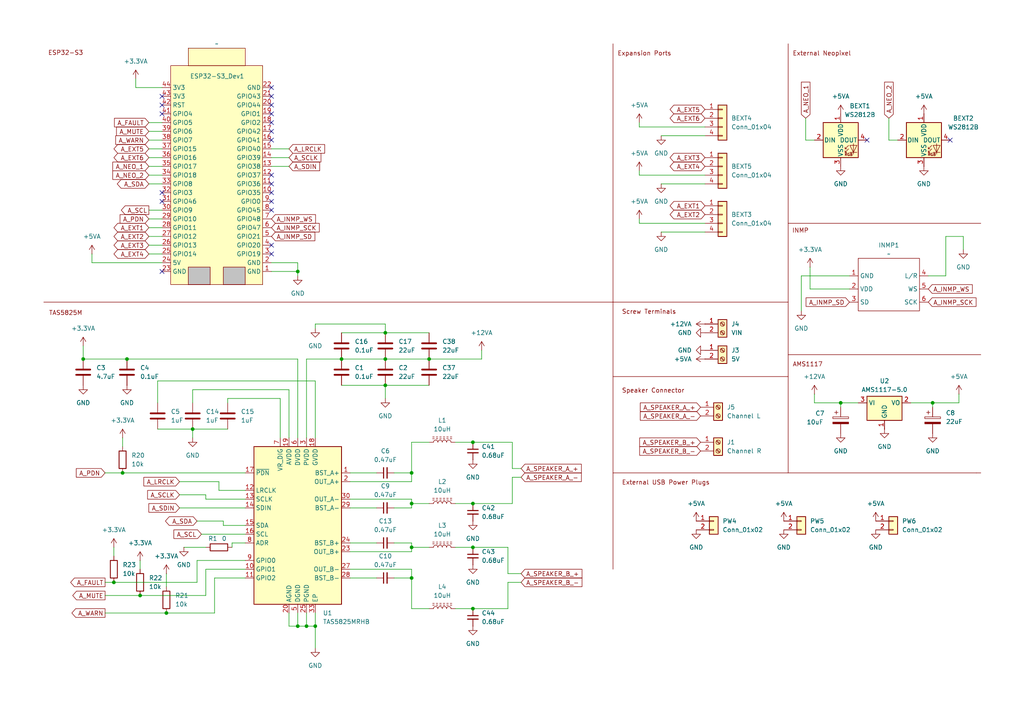
<source format=kicad_sch>
(kicad_sch (version 20231120) (generator "eeschema") (generator_version "8.0")
  (paper "A4")
  (junction (at 48.26 177.8))
  (junction (at 243.84 116.84))
  (junction (at 119.38 167.64))
  (junction (at 137.16 128.27))
  (junction (at 137.16 146.05))
  (junction (at 55.88 124.46))
  (junction (at 111.76 104.14))
  (junction (at 124.46 104.14))
  (junction (at 40.64 172.72))
  (junction (at 119.38 146.05))
  (junction (at 86.36 181.61))
  (junction (at 35.56 137.16))
  (junction (at 33.02 168.91))
  (junction (at 137.16 158.75))
  (junction (at 270.51 116.84))
  (junction (at 111.76 96.52))
  (junction (at 119.38 158.75))
  (junction (at 119.38 137.16))
  (junction (at 91.44 181.61))
  (junction (at 99.06 104.14))
  (junction (at 24.13 104.14))
  (junction (at 86.36 78.74))
  (junction (at 137.16 176.53))
  (junction (at 111.76 111.76))
  (junction (at 36.83 104.14))
  (junction (at 88.9 181.61))
  (no_connect (at 46.99 58.42))
  (no_connect (at 78.74 38.1))
  (no_connect (at 78.74 50.8))
  (no_connect (at 78.74 73.66))
  (no_connect (at 46.99 30.48))
  (no_connect (at 275.59 40.64))
  (no_connect (at 46.99 33.02))
  (no_connect (at 78.74 58.42))
  (no_connect (at 78.74 60.96))
  (no_connect (at 46.99 78.74))
  (no_connect (at 78.74 30.48))
  (no_connect (at 78.74 25.4))
  (no_connect (at 46.99 27.94))
  (no_connect (at 78.74 55.88))
  (no_connect (at 78.74 27.94))
  (no_connect (at 251.46 40.64))
  (no_connect (at 78.74 35.56))
  (no_connect (at 78.74 33.02))
  (no_connect (at 78.74 53.34))
  (no_connect (at 78.74 71.12))
  (no_connect (at 46.99 55.88))
  (no_connect (at 78.74 40.64))
  (polyline (pts (xy 177.8 137.16) (xy 283.21 137.16)) (stroke (width 0) (color 132 0 0 1)))
  (wire (pts (xy 43.18 53.34) (xy 46.99 53.34)))
  (wire (pts (xy 147.32 158.75) (xy 137.16 158.75)))
  (wire (pts (xy 86.36 181.61) (xy 88.9 181.61)))
  (wire (pts (xy 111.76 96.52) (xy 111.76 93.98)))
  (wire (pts (xy 78.74 76.2) (xy 86.36 76.2)))
  (wire (pts (xy 257.81 40.64) (xy 260.35 40.64)))
  (wire (pts (xy 48.26 177.8) (xy 62.23 177.8)))
  (wire (pts (xy 59.69 143.51) (xy 59.69 144.78)))
  (wire (pts (xy 101.6 157.48) (xy 109.22 157.48)))
  (wire (pts (xy 55.88 113.03) (xy 55.88 116.84)))
  (wire (pts (xy 81.28 127) (xy 81.28 115.57)))
  (wire (pts (xy 114.3 137.16) (xy 119.38 137.16)))
  (wire (pts (xy 132.08 146.05) (xy 137.16 146.05)))
  (wire (pts (xy 35.56 129.54) (xy 35.56 127)))
  (wire (pts (xy 274.32 68.58) (xy 279.4 68.58)))
  (wire (pts (xy 71.12 165.1) (xy 59.69 165.1)))
  (wire (pts (xy 43.18 40.64) (xy 46.99 40.64)))
  (wire (pts (xy 46.99 76.2) (xy 26.67 76.2)))
  (wire (pts (xy 24.13 104.14) (xy 36.83 104.14)))
  (wire (pts (xy 279.4 68.58) (xy 279.4 72.39)))
  (wire (pts (xy 101.6 167.64) (xy 109.22 167.64)))
  (wire (pts (xy 26.67 76.2) (xy 26.67 73.66)))
  (wire (pts (xy 101.6 144.78) (xy 119.38 144.78)))
  (wire (pts (xy 185.42 36.83) (xy 204.47 36.83)))
  (wire (pts (xy 63.5 142.24) (xy 63.5 139.7)))
  (wire (pts (xy 83.82 177.8) (xy 83.82 181.61)))
  (wire (pts (xy 40.64 162.56) (xy 40.64 165.1)))
  (wire (pts (xy 114.3 167.64) (xy 119.38 167.64)))
  (wire (pts (xy 43.18 43.18) (xy 46.99 43.18)))
  (wire (pts (xy 270.51 116.84) (xy 270.51 118.11)))
  (wire (pts (xy 101.6 139.7) (xy 119.38 139.7)))
  (wire (pts (xy 274.32 80.01) (xy 274.32 68.58)))
  (wire (pts (xy 191.77 67.31) (xy 204.47 67.31)))
  (wire (pts (xy 55.88 124.46) (xy 66.04 124.46)))
  (wire (pts (xy 91.44 127) (xy 91.44 110.49)))
  (wire (pts (xy 185.42 50.8) (xy 204.47 50.8)))
  (wire (pts (xy 58.42 154.94) (xy 71.12 154.94)))
  (wire (pts (xy 48.26 177.8) (xy 30.48 177.8)))
  (wire (pts (xy 64.77 152.4) (xy 64.77 151.13)))
  (wire (pts (xy 86.36 104.14) (xy 36.83 104.14)))
  (wire (pts (xy 148.59 128.27) (xy 137.16 128.27)))
  (wire (pts (xy 71.12 157.48) (xy 67.31 157.48)))
  (wire (pts (xy 81.28 115.57) (xy 66.04 115.57)))
  (wire (pts (xy 91.44 177.8) (xy 91.44 181.61)))
  (wire (pts (xy 119.38 146.05) (xy 124.46 146.05)))
  (wire (pts (xy 43.18 68.58) (xy 46.99 68.58)))
  (wire (pts (xy 43.18 48.26) (xy 46.99 48.26)))
  (wire (pts (xy 101.6 147.32) (xy 109.22 147.32)))
  (wire (pts (xy 71.12 152.4) (xy 64.77 152.4)))
  (wire (pts (xy 88.9 104.14) (xy 99.06 104.14)))
  (wire (pts (xy 78.74 45.72) (xy 83.82 45.72)))
  (wire (pts (xy 71.12 167.64) (xy 62.23 167.64)))
  (wire (pts (xy 86.36 76.2) (xy 86.36 78.74)))
  (polyline (pts (xy 177.8 12.7) (xy 177.8 87.63)) (stroke (width 0) (color 132 0 0 1)))
  (wire (pts (xy 35.56 137.16) (xy 71.12 137.16)))
  (wire (pts (xy 119.38 165.1) (xy 119.38 167.64)))
  (wire (pts (xy 78.74 78.74) (xy 86.36 78.74)))
  (polyline (pts (xy 228.6 87.63) (xy 228.6 102.87)) (stroke (width 0) (color 132 0 0 1)))
  (wire (pts (xy 233.68 40.64) (xy 236.22 40.64)))
  (wire (pts (xy 30.48 168.91) (xy 33.02 168.91)))
  (wire (pts (xy 55.88 113.03) (xy 83.82 113.03)))
  (wire (pts (xy 88.9 177.8) (xy 88.9 181.61)))
  (wire (pts (xy 63.5 139.7) (xy 52.07 139.7)))
  (polyline (pts (xy 228.6 64.77) (xy 228.6 12.7)) (stroke (width 0) (color 132 0 0 1)))
  (wire (pts (xy 57.15 168.91) (xy 57.15 162.56)))
  (wire (pts (xy 83.82 127) (xy 83.82 113.03)))
  (wire (pts (xy 53.34 158.75) (xy 59.69 158.75)))
  (wire (pts (xy 119.38 128.27) (xy 124.46 128.27)))
  (wire (pts (xy 39.37 22.86) (xy 39.37 25.4)))
  (wire (pts (xy 119.38 147.32) (xy 119.38 146.05)))
  (wire (pts (xy 119.38 137.16) (xy 119.38 128.27)))
  (wire (pts (xy 278.13 116.84) (xy 270.51 116.84)))
  (wire (pts (xy 137.16 146.05) (xy 148.59 146.05)))
  (wire (pts (xy 148.59 135.89) (xy 148.59 128.27)))
  (wire (pts (xy 246.38 80.01) (xy 232.41 80.01)))
  (wire (pts (xy 48.26 166.37) (xy 48.26 170.18)))
  (wire (pts (xy 43.18 66.04) (xy 46.99 66.04)))
  (wire (pts (xy 111.76 104.14) (xy 124.46 104.14)))
  (wire (pts (xy 139.7 101.6) (xy 139.7 104.14)))
  (wire (pts (xy 234.95 83.82) (xy 234.95 77.47)))
  (polyline (pts (xy 228.6 137.16) (xy 228.6 109.22)) (stroke (width 0) (color 132 0 0 1)))
  (wire (pts (xy 264.16 116.84) (xy 270.51 116.84)))
  (wire (pts (xy 101.6 137.16) (xy 109.22 137.16)))
  (polyline (pts (xy 228.6 87.63) (xy 228.6 64.77)) (stroke (width 0) (color 132 0 0 1)))
  (wire (pts (xy 147.32 166.37) (xy 147.32 158.75)))
  (wire (pts (xy 99.06 104.14) (xy 111.76 104.14)))
  (wire (pts (xy 278.13 116.84) (xy 278.13 114.3)))
  (wire (pts (xy 57.15 162.56) (xy 71.12 162.56)))
  (wire (pts (xy 33.02 168.91) (xy 57.15 168.91)))
  (wire (pts (xy 191.77 39.37) (xy 204.47 39.37)))
  (wire (pts (xy 151.13 135.89) (xy 148.59 135.89)))
  (wire (pts (xy 269.24 80.01) (xy 274.32 80.01)))
  (wire (pts (xy 111.76 93.98) (xy 91.44 93.98)))
  (wire (pts (xy 148.59 146.05) (xy 148.59 138.43)))
  (wire (pts (xy 232.41 80.01) (xy 232.41 90.17)))
  (wire (pts (xy 52.07 147.32) (xy 71.12 147.32)))
  (wire (pts (xy 124.46 104.14) (xy 139.7 104.14)))
  (wire (pts (xy 43.18 45.72) (xy 46.99 45.72)))
  (wire (pts (xy 59.69 144.78) (xy 71.12 144.78)))
  (wire (pts (xy 62.23 167.64) (xy 62.23 177.8)))
  (wire (pts (xy 119.38 176.53) (xy 124.46 176.53)))
  (wire (pts (xy 71.12 142.24) (xy 63.5 142.24)))
  (wire (pts (xy 43.18 63.5) (xy 46.99 63.5)))
  (wire (pts (xy 246.38 83.82) (xy 234.95 83.82)))
  (wire (pts (xy 185.42 50.8) (xy 185.42 49.53)))
  (wire (pts (xy 39.37 25.4) (xy 46.99 25.4)))
  (wire (pts (xy 148.59 138.43) (xy 151.13 138.43)))
  (wire (pts (xy 86.36 127) (xy 86.36 104.14)))
  (wire (pts (xy 43.18 71.12) (xy 46.99 71.12)))
  (wire (pts (xy 83.82 181.61) (xy 86.36 181.61)))
  (wire (pts (xy 88.9 127) (xy 88.9 104.14)))
  (wire (pts (xy 52.07 143.51) (xy 59.69 143.51)))
  (wire (pts (xy 30.48 137.16) (xy 35.56 137.16)))
  (wire (pts (xy 101.6 165.1) (xy 119.38 165.1)))
  (wire (pts (xy 67.31 157.48) (xy 67.31 158.75)))
  (polyline (pts (xy 228.6 64.77) (xy 284.48 64.77)) (stroke (width 0) (color 132 0 0 1)))
  (wire (pts (xy 91.44 93.98) (xy 91.44 95.25)))
  (wire (pts (xy 248.92 116.84) (xy 243.84 116.84)))
  (polyline (pts (xy 283.21 137.16) (xy 284.48 137.16)) (stroke (width 0) (color 132 0 0 1)))
  (polyline (pts (xy 177.8 87.63) (xy 177.8 165.1)) (stroke (width 0) (color 132 0 0 1)))
  (wire (pts (xy 119.38 167.64) (xy 119.38 176.53)))
  (wire (pts (xy 86.36 78.74) (xy 86.36 80.01)))
  (polyline (pts (xy 228.6 102.87) (xy 284.48 102.87)) (stroke (width 0) (color 132 0 0 1)))
  (wire (pts (xy 30.48 172.72) (xy 40.64 172.72)))
  (wire (pts (xy 99.06 96.52) (xy 111.76 96.52)))
  (wire (pts (xy 137.16 128.27) (xy 132.08 128.27)))
  (wire (pts (xy 43.18 60.96) (xy 46.99 60.96)))
  (wire (pts (xy 151.13 166.37) (xy 147.32 166.37)))
  (wire (pts (xy 111.76 111.76) (xy 124.46 111.76)))
  (polyline (pts (xy 12.7 87.63) (xy 177.8 87.63)) (stroke (width 0) (color 132 0 0 1)))
  (wire (pts (xy 24.13 100.33) (xy 24.13 104.14)))
  (wire (pts (xy 45.72 110.49) (xy 45.72 116.84)))
  (wire (pts (xy 119.38 158.75) (xy 124.46 158.75)))
  (wire (pts (xy 147.32 168.91) (xy 147.32 176.53)))
  (wire (pts (xy 40.64 172.72) (xy 59.69 172.72)))
  (wire (pts (xy 78.74 48.26) (xy 83.82 48.26)))
  (wire (pts (xy 119.38 157.48) (xy 119.38 158.75)))
  (polyline (pts (xy 228.6 109.22) (xy 228.6 102.87)) (stroke (width 0) (color 132 0 0 1)))
  (wire (pts (xy 64.77 151.13) (xy 57.15 151.13)))
  (wire (pts (xy 233.68 34.29) (xy 233.68 40.64)))
  (wire (pts (xy 111.76 96.52) (xy 124.46 96.52)))
  (wire (pts (xy 88.9 181.61) (xy 91.44 181.61)))
  (wire (pts (xy 111.76 111.76) (xy 111.76 115.57)))
  (wire (pts (xy 45.72 110.49) (xy 91.44 110.49)))
  (wire (pts (xy 137.16 158.75) (xy 132.08 158.75)))
  (wire (pts (xy 43.18 73.66) (xy 46.99 73.66)))
  (wire (pts (xy 185.42 63.5) (xy 185.42 64.77)))
  (wire (pts (xy 185.42 36.83) (xy 185.42 35.56)))
  (wire (pts (xy 147.32 176.53) (xy 137.16 176.53)))
  (wire (pts (xy 59.69 165.1) (xy 59.69 172.72)))
  (wire (pts (xy 191.77 53.34) (xy 204.47 53.34)))
  (wire (pts (xy 236.22 114.3) (xy 236.22 116.84)))
  (wire (pts (xy 91.44 181.61) (xy 91.44 187.96)))
  (wire (pts (xy 45.72 124.46) (xy 55.88 124.46)))
  (wire (pts (xy 185.42 64.77) (xy 204.47 64.77)))
  (wire (pts (xy 86.36 177.8) (xy 86.36 181.61)))
  (wire (pts (xy 236.22 116.84) (xy 243.84 116.84)))
  (wire (pts (xy 137.16 176.53) (xy 132.08 176.53)))
  (polyline (pts (xy 228.6 109.22) (xy 177.8 109.22)) (stroke (width 0) (color 132 0 0 1)))
  (wire (pts (xy 119.38 144.78) (xy 119.38 146.05)))
  (wire (pts (xy 43.18 35.56) (xy 46.99 35.56)))
  (wire (pts (xy 243.84 116.84) (xy 243.84 118.11)))
  (wire (pts (xy 101.6 160.02) (xy 119.38 160.02)))
  (wire (pts (xy 66.04 115.57) (xy 66.04 116.84)))
  (wire (pts (xy 119.38 160.02) (xy 119.38 158.75)))
  (wire (pts (xy 43.18 38.1) (xy 46.99 38.1)))
  (polyline (pts (xy 177.8 87.63) (xy 228.6 87.63)) (stroke (width 0) (color 132 0 0 1)))
  (wire (pts (xy 114.3 157.48) (xy 119.38 157.48)))
  (wire (pts (xy 257.81 34.29) (xy 257.81 40.64)))
  (wire (pts (xy 99.06 111.76) (xy 111.76 111.76)))
  (wire (pts (xy 55.88 124.46) (xy 55.88 127)))
  (wire (pts (xy 151.13 168.91) (xy 147.32 168.91)))
  (wire (pts (xy 43.18 50.8) (xy 46.99 50.8)))
  (wire (pts (xy 114.3 147.32) (xy 119.38 147.32)))
  (wire (pts (xy 78.74 43.18) (xy 83.82 43.18)))
  (wire (pts (xy 33.02 158.75) (xy 33.02 161.29)))
  (wire (pts (xy 119.38 139.7) (xy 119.38 137.16)))
  (text "ESP32-S3\n" (at 19.05 15.494 0) (effects (font (size 1.27 1.27))))
  (text "INMP\n" (at 232.156 67.056 0) (effects (font (size 1.27 1.27))))
  (text "TAS5825M" (at 19.05 90.932 0) (effects (font (size 1.27 1.27))))
  (label "Expansion Ports" (at 179.07 16.51 0))
  (label "AMS1117" (at 229.87 106.68 0))
  (label "Screw Terminals" (at 180.34 91.44 0))
  (label "External USB Power Plugs" (at 180.34 140.97 0))
  (label "External Neopixel" (at 229.87 16.51 0))
  (label "Speaker Connector" (at 180.34 114.3 0))
  (global_label "A_SPEAKER_B_-" (shape input) (at 203.2 130.81 180) (property "Intersheetrefs" "${INTERSHEET_REFS}" (effects (hide yes))))
  (global_label "A_EXT6" (shape bidirectional) (at 204.47 34.29 180) (property "Intersheetrefs" "${INTERSHEET_REFS}" (effects (hide yes))))
  (global_label "A_SPEAKER_B_-" (shape input) (at 151.13 168.91 0) (property "Intersheetrefs" "${INTERSHEET_REFS}" (effects (hide yes))))
  (global_label "A_INMP_SCK" (shape input) (at 78.74 66.04 0) (property "Intersheetrefs" "${INTERSHEET_REFS}" (effects (hide yes))))
  (global_label "A_EXT3" (shape bidirectional) (at 43.18 71.12 180) (property "Intersheetrefs" "${INTERSHEET_REFS}" (effects (hide yes))))
  (global_label "A_SPEAKER_A_+" (shape input) (at 151.13 135.89 0) (property "Intersheetrefs" "${INTERSHEET_REFS}" (effects (hide yes))))
  (global_label "A_EXT2" (shape bidirectional) (at 204.47 62.23 180) (property "Intersheetrefs" "${INTERSHEET_REFS}" (effects (hide yes))))
  (global_label "A_EXT1" (shape bidirectional) (at 43.18 66.04 180) (property "Intersheetrefs" "${INTERSHEET_REFS}" (effects (hide yes))))
  (global_label "A_INMP_SD" (shape input) (at 78.74 68.58 0) (property "Intersheetrefs" "${INTERSHEET_REFS}" (effects (hide yes))))
  (global_label "A_INMP_WS" (shape input) (at 269.24 83.82 0) (property "Intersheetrefs" "${INTERSHEET_REFS}" (effects (hide yes))))
  (global_label "A_NEO_2" (shape input) (at 43.18 50.8 180) (property "Intersheetrefs" "${INTERSHEET_REFS}" (effects (hide yes))))
  (global_label "A_SPEAKER_B_+" (shape input) (at 151.13 166.37 0) (property "Intersheetrefs" "${INTERSHEET_REFS}" (effects (hide yes))))
  (global_label "A_EXT1" (shape bidirectional) (at 204.47 59.69 180) (property "Intersheetrefs" "${INTERSHEET_REFS}" (effects (hide yes))))
  (global_label "A_WARN" (shape output) (at 30.48 177.8 180) (property "Intersheetrefs" "${INTERSHEET_REFS}" (effects (hide yes))))
  (global_label "A_SPEAKER_A_-" (shape input) (at 151.13 138.43 0) (property "Intersheetrefs" "${INTERSHEET_REFS}" (effects (hide yes))))
  (global_label "A_SDIN" (shape input) (at 52.07 147.32 180) (property "Intersheetrefs" "${INTERSHEET_REFS}" (effects (hide yes))))
  (global_label "A_SCL" (shape input) (at 58.42 154.94 180) (property "Intersheetrefs" "${INTERSHEET_REFS}" (effects (hide yes))))
  (global_label "A_SDA" (shape bidirectional) (at 57.15 151.13 180) (property "Intersheetrefs" "${INTERSHEET_REFS}" (effects (hide yes))))
  (global_label "A_EXT6" (shape bidirectional) (at 43.18 45.72 180) (property "Intersheetrefs" "${INTERSHEET_REFS}" (effects (hide yes))))
  (global_label "A_SPEAKER_A_-" (shape input) (at 203.2 120.65 180) (property "Intersheetrefs" "${INTERSHEET_REFS}" (effects (hide yes))))
  (global_label "A_SCL" (shape output) (at 43.18 60.96 180) (property "Intersheetrefs" "${INTERSHEET_REFS}" (effects (hide yes))))
  (global_label "A_INMP_SCK" (shape input) (at 269.24 87.63 0) (property "Intersheetrefs" "${INTERSHEET_REFS}" (effects (hide yes))))
  (global_label "A_INMP_SD" (shape input) (at 246.38 87.63 180) (property "Intersheetrefs" "${INTERSHEET_REFS}" (effects (hide yes))))
  (global_label "A_SPEAKER_A_+" (shape input) (at 203.2 118.11 180) (property "Intersheetrefs" "${INTERSHEET_REFS}" (effects (hide yes))))
  (global_label "A_WARN" (shape input) (at 43.18 40.64 180) (property "Intersheetrefs" "${INTERSHEET_REFS}" (effects (hide yes))))
  (global_label "A_LRCLK" (shape input) (at 52.07 139.7 180) (property "Intersheetrefs" "${INTERSHEET_REFS}" (effects (hide yes))))
  (global_label "A_PDN" (shape input) (at 43.18 63.5 180) (property "Intersheetrefs" "${INTERSHEET_REFS}" (effects (hide yes))))
  (global_label "A_EXT3" (shape bidirectional) (at 204.47 45.72 180) (property "Intersheetrefs" "${INTERSHEET_REFS}" (effects (hide yes))))
  (global_label "A_LRCLK" (shape input) (at 83.82 43.18 0) (property "Intersheetrefs" "${INTERSHEET_REFS}" (effects (hide yes))))
  (global_label "A_NEO_1" (shape input) (at 43.18 48.26 180) (property "Intersheetrefs" "${INTERSHEET_REFS}" (effects (hide yes))))
  (global_label "A_NEO_2" (shape input) (at 257.81 34.29 90) (property "Intersheetrefs" "${INTERSHEET_REFS}" (effects (hide yes))))
  (global_label "A_SDA" (shape bidirectional) (at 43.18 53.34 180) (property "Intersheetrefs" "${INTERSHEET_REFS}" (effects (hide yes))))
  (global_label "A_SPEAKER_B_+" (shape input) (at 203.2 128.27 180) (property "Intersheetrefs" "${INTERSHEET_REFS}" (effects (hide yes))))
  (global_label "A_MUTE" (shape input) (at 43.18 38.1 180) (property "Intersheetrefs" "${INTERSHEET_REFS}" (effects (hide yes))))
  (global_label "A_EXT4" (shape bidirectional) (at 204.47 48.26 180) (property "Intersheetrefs" "${INTERSHEET_REFS}" (effects (hide yes))))
  (global_label "A_FAULT" (shape output) (at 30.48 168.91 180) (property "Intersheetrefs" "${INTERSHEET_REFS}" (effects (hide yes))))
  (global_label "A_SCLK" (shape input) (at 52.07 143.51 180) (property "Intersheetrefs" "${INTERSHEET_REFS}" (effects (hide yes))))
  (global_label "A_MUTE" (shape output) (at 30.48 172.72 180) (property "Intersheetrefs" "${INTERSHEET_REFS}" (effects (hide yes))))
  (global_label "A_NEO_1" (shape input) (at 233.68 34.29 90) (property "Intersheetrefs" "${INTERSHEET_REFS}" (effects (hide yes))))
  (global_label "A_EXT5" (shape bidirectional) (at 43.18 43.18 180) (property "Intersheetrefs" "${INTERSHEET_REFS}" (effects (hide yes))))
  (global_label "A_EXT2" (shape bidirectional) (at 43.18 68.58 180) (property "Intersheetrefs" "${INTERSHEET_REFS}" (effects (hide yes))))
  (global_label "A_SCLK" (shape input) (at 83.82 45.72 0) (property "Intersheetrefs" "${INTERSHEET_REFS}" (effects (hide yes))))
  (global_label "A_PDN" (shape input) (at 30.48 137.16 180) (property "Intersheetrefs" "${INTERSHEET_REFS}" (effects (hide yes))))
  (global_label "A_EXT5" (shape bidirectional) (at 204.47 31.75 180) (property "Intersheetrefs" "${INTERSHEET_REFS}" (effects (hide yes))))
  (global_label "A_SDIN" (shape input) (at 83.82 48.26 0) (property "Intersheetrefs" "${INTERSHEET_REFS}" (effects (hide yes))))
  (global_label "A_EXT4" (shape bidirectional) (at 43.18 73.66 180) (property "Intersheetrefs" "${INTERSHEET_REFS}" (effects (hide yes))))
  (global_label "A_INMP_WS" (shape input) (at 78.74 63.5 0) (property "Intersheetrefs" "${INTERSHEET_REFS}" (effects (hide yes))))
  (global_label "A_FAULT" (shape input) (at 43.18 35.56 180) (property "Intersheetrefs" "${INTERSHEET_REFS}" (effects (hide yes))))
  (symbol (lib_id "Connector_Generic:Conn_01x02") (at 207.01 151.13 0) (unit 1)
    (property "Reference" "PW4" (at 209.55 151.1299 0) (effects (justify left)))
    (property "Value" "Conn_01x02" (at 209.55 153.6699 0) (effects (justify left)))
    (property "Footprint" "Connector_JST:JST_PH_B2B-PH-K_1x02_P2.00mm_Vertical" (effects (hide yes)))
    (property "Description" "Generic connector, single row, 01x02, script generated (kicad-library-utils/schlib/autogen/connector/)" (effects (hide yes)))
  )
  (symbol (lib_id "Regulator_Linear:AMS1117-5.0") (at 256.54 116.84 0) (unit 1)
    (property "Reference" "U2" (at 256.54 110.49 0))
    (property "Value" "AMS1117-5.0" (at 256.54 113.03 0))
    (property "Footprint" "Package_TO_SOT_SMD:SOT-223-3_TabPin2" (effects (hide yes)))
    (property "Datasheet" "http://www.advanced-monolithic.com/pdf/ds1117.pdf" (effects (hide yes)))
    (property "Description" "1A Low Dropout regulator, positive, 5.0V fixed output, SOT-223" (effects (hide yes)))
  )
  (symbol (lib_id "Connector:Screw_Terminal_01x02") (at 208.28 128.27 0) (unit 1)
    (property "Reference" "J1" (at 210.82 128.2699 0) (effects (justify left)))
    (property "Value" "Channel R" (at 210.82 130.8099 0) (effects (justify left)))
    (property "Footprint" "Connector:JWT_A3963_1x02_P3.96mm_Vertical" (effects (hide yes)))
    (property "Description" "Generic screw terminal, single row, 01x02, script generated (kicad-library-utils/schlib/autogen/connector/)" (effects (hide yes)))
  )
  (symbol (lib_id "Device:R") (at 63.5 158.75 90) (unit 1)
    (property "Reference" "R1" (at 61.722 156.21 90))
    (property "Value" "0" (at 65.024 156.21 90))
    (property "Footprint" "Resistor_SMD:R_0805_2012Metric_Pad1.20x1.40mm_HandSolder" (effects (hide yes)))
    (property "Description" "Resistor" (effects (hide yes)))
  )
  (symbol (lib_id "power:GND") (at 111.76 115.57 0) (unit 1)
    (property "Reference" "#PWR049" (effects (hide yes)))
    (property "Value" "GND" (at 111.76 120.65 0))
    (property "Description" "Power symbol creates a global label with name \"GND\" , ground" (effects (hide yes)))
  )
  (symbol (lib_id "Device:L_Ferrite") (at 128.27 158.75 90) (unit 1)
    (property "Reference" "L3" (at 128.27 152.4 90))
    (property "Value" "10uH" (at 128.27 154.94 90))
    (property "Footprint" "Inductor_SMD:L_10.4x10.4_H4.8" (effects (hide yes)))
    (property "Description" "Inductor with ferrite core" (effects (hide yes)))
  )
  (symbol (lib_id "Connector_Generic:Conn_01x04") (at 209.55 48.26 0) (unit 1)
    (property "Reference" "BEXT5" (at 212.09 48.2599 0) (effects (justify left)))
    (property "Value" "Conn_01x04" (at 212.09 50.7999 0) (effects (justify left)))
    (property "Footprint" "Connector_JST:JST_XH_B4B-XH-A_1x04_P2.50mm_Vertical" (effects (hide yes)))
    (property "Description" "Generic connector, single row, 01x04, script generated (kicad-library-utils/schlib/autogen/connector/)" (effects (hide yes)))
  )
  (symbol (lib_id "Device:C") (at 24.13 107.95 0) (unit 1)
    (property "Reference" "C3" (at 27.94 106.6799 0) (effects (justify left)))
    (property "Value" "4.7uF" (at 27.94 109.2199 0) (effects (justify left)))
    (property "Footprint" "Capacitor_SMD:C_0805_2012Metric_Pad1.18x1.45mm_HandSolder" (effects (hide yes)))
    (property "Description" "Unpolarized capacitor" (effects (hide yes)))
  )
  (symbol (lib_id "0_Audio:INMP441_MEMS") (at 257.81 82.55 0) (unit 1)
    (property "Reference" "INMP1" (at 257.81 71.12 0))
    (property "Value" "~" (at 257.81 73.66 0))
    (property "Footprint" "0_Sensors:INMP441" (effects (hide yes)))
  )
  (symbol (lib_id "0_MCU:ESP32-S3_Dev_Board") (at 49.53 82.55 0) (unit 1)
    (property "Reference" "ESP32-S3_Dev1" (at 62.992 22.098 0))
    (property "Value" "~" (at 62.865 12.7 0))
    (property "Footprint" "0_MCU:ESP32-S3-Dev" (effects (hide yes)))
  )
  (symbol (lib_id "power:GND") (at 267.97 48.26 0) (unit 1)
    (property "Reference" "#PWR036" (effects (hide yes)))
    (property "Value" "GND" (at 267.97 53.34 0))
    (property "Description" "Power symbol creates a global label with name \"GND\" , ground" (effects (hide yes)))
  )
  (symbol (lib_id "power:GND") (at 137.16 181.61 0) (unit 1)
    (property "Reference" "#PWR053" (effects (hide yes)))
    (property "Value" "GND" (at 137.16 186.69 0))
    (property "Description" "Power symbol creates a global label with name \"GND\" , ground" (effects (hide yes)))
  )
  (symbol (lib_id "power:GND") (at 204.47 96.52 270) (unit 1)
    (property "Reference" "#PWR064" (effects (hide yes)))
    (property "Value" "GND" (at 200.66 96.5199 90) (effects (justify right)))
    (property "Description" "Power symbol creates a global label with name \"GND\" , ground" (effects (hide yes)))
  )
  (symbol (lib_id "power:+12VA") (at 236.22 114.3 0) (unit 1)
    (property "Reference" "#PWR058" (effects (hide yes)))
    (property "Value" "+12VA" (at 236.22 109.22 0))
    (property "Description" "Power symbol creates a global label with name \"+12VA\"" (effects (hide yes)))
  )
  (symbol (lib_id "Connector_Generic:Conn_01x02") (at 259.08 151.13 0) (unit 1)
    (property "Reference" "PW6" (at 261.62 151.1299 0) (effects (justify left)))
    (property "Value" "Conn_01x02" (at 261.62 153.6699 0) (effects (justify left)))
    (property "Footprint" "Connector_JST:JST_PH_B2B-PH-K_1x02_P2.00mm_Vertical" (effects (hide yes)))
    (property "Description" "Generic connector, single row, 01x02, script generated (kicad-library-utils/schlib/autogen/connector/)" (effects (hide yes)))
  )
  (symbol (lib_id "Device:C") (at 66.04 120.65 0) (unit 1)
    (property "Reference" "C15" (at 69.85 119.3799 0) (effects (justify left)))
    (property "Value" "1uF" (at 69.85 121.9199 0) (effects (justify left)))
    (property "Footprint" "Capacitor_SMD:C_0805_2012Metric_Pad1.18x1.45mm_HandSolder" (effects (hide yes)))
    (property "Description" "Unpolarized capacitor" (effects (hide yes)))
  )
  (symbol (lib_id "power:GND") (at 86.36 80.01 0) (unit 1)
    (property "Reference" "#PWR067" (effects (hide yes)))
    (property "Value" "GND" (at 86.36 85.09 0))
    (property "Description" "Power symbol creates a global label with name \"GND\" , ground" (effects (hide yes)))
  )
  (symbol (lib_id "Device:C_Small") (at 137.16 179.07 0) (unit 1)
    (property "Reference" "C44" (at 139.7 177.8062 0) (effects (justify left)))
    (property "Value" "0.68uF" (at 139.7 180.3462 0) (effects (justify left)))
    (property "Footprint" "Capacitor_SMD:C_0805_2012Metric_Pad1.18x1.45mm_HandSolder" (effects (hide yes)))
    (property "Description" "Unpolarized capacitor, small symbol" (effects (hide yes)))
  )
  (symbol (lib_id "Device:L_Ferrite") (at 128.27 128.27 90) (unit 1)
    (property "Reference" "L1" (at 128.27 121.92 90))
    (property "Value" "10uH" (at 128.27 124.46 90))
    (property "Footprint" "Inductor_SMD:L_10.4x10.4_H4.8" (effects (hide yes)))
    (property "Description" "Inductor with ferrite core" (effects (hide yes)))
  )
  (symbol (lib_id "Device:C_Small") (at 137.16 130.81 0) (unit 1)
    (property "Reference" "C41" (at 139.7 129.5462 0) (effects (justify left)))
    (property "Value" "0.68uF" (at 139.7 132.0862 0) (effects (justify left)))
    (property "Footprint" "Capacitor_SMD:C_0805_2012Metric_Pad1.18x1.45mm_HandSolder" (effects (hide yes)))
    (property "Description" "Unpolarized capacitor, small symbol" (effects (hide yes)))
  )
  (symbol (lib_id "Device:C") (at 55.88 120.65 0) (unit 1)
    (property "Reference" "C14" (at 59.69 119.3799 0) (effects (justify left)))
    (property "Value" "1uF" (at 59.69 121.9199 0) (effects (justify left)))
    (property "Footprint" "Capacitor_SMD:C_0805_2012Metric_Pad1.18x1.45mm_HandSolder" (effects (hide yes)))
    (property "Description" "Unpolarized capacitor" (effects (hide yes)))
  )
  (symbol (lib_id "power:+3.3VA") (at 234.95 77.47 0) (unit 1)
    (property "Reference" "#PWR070" (effects (hide yes)))
    (property "Value" "+3.3VA" (at 234.95 72.39 0))
    (property "Description" "Power symbol creates a global label with name \"+3.3VA\"" (effects (hide yes)))
  )
  (symbol (lib_id "Connector:Screw_Terminal_01x02") (at 208.28 118.11 0) (unit 1)
    (property "Reference" "J5" (at 210.82 118.1099 0) (effects (justify left)))
    (property "Value" "Channel L" (at 210.82 120.6499 0) (effects (justify left)))
    (property "Footprint" "Connector:JWT_A3963_1x02_P3.96mm_Vertical" (effects (hide yes)))
    (property "Description" "Generic screw terminal, single row, 01x02, script generated (kicad-library-utils/schlib/autogen/connector/)" (effects (hide yes)))
  )
  (symbol (lib_id "power:GND") (at 55.88 127 0) (unit 1)
    (property "Reference" "#PWR035" (effects (hide yes)))
    (property "Value" "GND" (at 55.88 132.08 0))
    (property "Description" "Power symbol creates a global label with name \"GND\" , ground" (effects (hide yes)))
  )
  (symbol (lib_id "power:+5VA") (at 278.13 114.3 0) (unit 1)
    (property "Reference" "#PWR059" (effects (hide yes)))
    (property "Value" "+5VA" (at 278.13 109.22 0))
    (property "Description" "Power symbol creates a global label with name \"+5VA\"" (effects (hide yes)))
  )
  (symbol (lib_id "Device:C") (at 99.06 107.95 0) (unit 1)
    (property "Reference" "C1" (at 102.87 106.6799 0) (effects (justify left)))
    (property "Value" "0.1uF" (at 102.87 109.2199 0) (effects (justify left)))
    (property "Footprint" "Capacitor_SMD:C_0805_2012Metric_Pad1.18x1.45mm_HandSolder" (effects (hide yes)))
    (property "Description" "Unpolarized capacitor" (effects (hide yes)))
  )
  (symbol (lib_id "power:GND") (at 191.77 53.34 0) (unit 1)
    (property "Reference" "#PWR038" (effects (hide yes)))
    (property "Value" "GND" (at 191.77 58.42 0))
    (property "Description" "Power symbol creates a global label with name \"GND\" , ground" (effects (hide yes)))
  )
  (symbol (lib_id "power:+5VA") (at 26.67 73.66 0) (unit 1)
    (property "Reference" "#PWR068" (effects (hide yes)))
    (property "Value" "+5VA" (at 26.67 68.58 0))
    (property "Description" "Power symbol creates a global label with name \"+5VA\"" (effects (hide yes)))
  )
  (symbol (lib_id "Device:L_Ferrite") (at 128.27 176.53 90) (unit 1)
    (property "Reference" "L4" (at 128.27 170.18 90))
    (property "Value" "10uH" (at 128.27 172.72 90))
    (property "Footprint" "Inductor_SMD:L_10.4x10.4_H4.8" (effects (hide yes)))
    (property "Description" "Inductor with ferrite core" (effects (hide yes)))
  )
  (symbol (lib_id "Device:C_Small") (at 137.16 148.59 0) (unit 1)
    (property "Reference" "C42" (at 139.7 147.3262 0) (effects (justify left)))
    (property "Value" "0.68uF" (at 139.7 149.8662 0) (effects (justify left)))
    (property "Footprint" "Capacitor_SMD:C_0805_2012Metric_Pad1.18x1.45mm_HandSolder" (effects (hide yes)))
    (property "Description" "Unpolarized capacitor, small symbol" (effects (hide yes)))
  )
  (symbol (lib_id "power:GND") (at 91.44 95.25 0) (unit 1)
    (property "Reference" "#PWR050" (effects (hide yes)))
    (property "Value" "GND" (at 91.44 100.33 0))
    (property "Description" "Power symbol creates a global label with name \"GND\" , ground" (effects (hide yes)))
  )
  (symbol (lib_id "Device:C_Small") (at 111.76 167.64 90) (unit 1)
    (property "Reference" "C10" (at 111.7663 161.29 90))
    (property "Value" "0.47uF" (at 111.7663 163.83 90))
    (property "Footprint" "Capacitor_SMD:C_0805_2012Metric_Pad1.18x1.45mm_HandSolder" (effects (hide yes)))
    (property "Description" "Unpolarized capacitor, small symbol" (effects (hide yes)))
  )
  (symbol (lib_id "power:+3.3VA") (at 33.02 158.75 0) (unit 1)
    (property "Reference" "#PWR039" (effects (hide yes)))
    (property "Value" "+3.3VA" (at 33.02 153.67 0))
    (property "Description" "Power symbol creates a global label with name \"+3.3VA\"" (effects (hide yes)))
  )
  (symbol (lib_id "power:GND") (at 191.77 39.37 0) (unit 1)
    (property "Reference" "#PWR072" (effects (hide yes)))
    (property "Value" "GND" (at 191.77 44.45 0))
    (property "Description" "Power symbol creates a global label with name \"GND\" , ground" (effects (hide yes)))
  )
  (symbol (lib_id "power:GND") (at 53.34 158.75 0) (unit 1)
    (property "Reference" "#PWR031" (effects (hide yes)))
    (property "Value" "GND" (at 53.34 163.83 0))
    (property "Description" "Power symbol creates a global label with name \"GND\" , ground" (effects (hide yes)))
  )
  (symbol (lib_id "Device:C") (at 45.72 120.65 0) (unit 1)
    (property "Reference" "C5" (at 49.53 119.3799 0) (effects (justify left)))
    (property "Value" "1uF" (at 49.53 121.9199 0) (effects (justify left)))
    (property "Footprint" "Capacitor_SMD:C_0805_2012Metric_Pad1.18x1.45mm_HandSolder" (effects (hide yes)))
    (property "Description" "Unpolarized capacitor" (effects (hide yes)))
  )
  (symbol (lib_id "power:GND") (at 201.93 153.67 0) (unit 1)
    (property "Reference" "#PWR040" (effects (hide yes)))
    (property "Value" "GND" (at 201.93 158.75 0))
    (property "Description" "Power symbol creates a global label with name \"GND\" , ground" (effects (hide yes)))
  )
  (symbol (lib_id "power:+5VA") (at 243.84 33.02 0) (unit 1)
    (property "Reference" "#PWR071" (effects (hide yes)))
    (property "Value" "+5VA" (at 243.84 27.94 0))
    (property "Description" "Power symbol creates a global label with name \"+5VA\"" (effects (hide yes)))
  )
  (symbol (lib_id "power:GND") (at 243.84 125.73 0) (unit 1)
    (property "Reference" "#PWR060" (effects (hide yes)))
    (property "Value" "GND" (at 243.84 130.81 0))
    (property "Description" "Power symbol creates a global label with name \"GND\" , ground" (effects (hide yes)))
  )
  (symbol (lib_id "Device:C") (at 111.76 107.95 0) (unit 1)
    (property "Reference" "C2" (at 115.57 106.6799 0) (effects (justify left)))
    (property "Value" "22uF" (at 115.57 109.2199 0) (effects (justify left)))
    (property "Footprint" "Capacitor_SMD:C_0805_2012Metric_Pad1.18x1.45mm_HandSolder" (effects (hide yes)))
    (property "Description" "Unpolarized capacitor" (effects (hide yes)))
  )
  (symbol (lib_id "power:+5VA") (at 185.42 49.53 0) (unit 1)
    (property "Reference" "#PWR074" (effects (hide yes)))
    (property "Value" "+5VA" (at 185.42 44.45 0))
    (property "Description" "Power symbol creates a global label with name \"+5VA\"" (effects (hide yes)))
  )
  (symbol (lib_id "Device:C") (at 99.06 100.33 0) (unit 1)
    (property "Reference" "C16" (at 102.87 99.0599 0) (effects (justify left)))
    (property "Value" "0.1uF" (at 102.87 101.5999 0) (effects (justify left)))
    (property "Footprint" "Capacitor_SMD:C_0805_2012Metric_Pad1.18x1.45mm_HandSolder" (effects (hide yes)))
    (property "Description" "Unpolarized capacitor" (effects (hide yes)))
  )
  (symbol (lib_id "power:GND") (at 137.16 151.13 0) (unit 1)
    (property "Reference" "#PWR077" (effects (hide yes)))
    (property "Value" "GND" (at 137.16 156.21 0))
    (property "Description" "Power symbol creates a global label with name \"GND\" , ground" (effects (hide yes)))
  )
  (symbol (lib_id "power:+3.3VA") (at 39.37 22.86 0) (unit 1)
    (property "Reference" "#PWR066" (effects (hide yes)))
    (property "Value" "+3.3VA" (at 39.37 17.78 0))
    (property "Description" "Power symbol creates a global label with name \"+3.3VA\"" (effects (hide yes)))
  )
  (symbol (lib_id "power:GND") (at 191.77 67.31 0) (unit 1)
    (property "Reference" "#PWR046" (effects (hide yes)))
    (property "Value" "GND" (at 191.77 72.39 0))
    (property "Description" "Power symbol creates a global label with name \"GND\" , ground" (effects (hide yes)))
  )
  (symbol (lib_id "Device:C_Polarized") (at 243.84 121.92 0) (unit 1)
    (property "Reference" "C7" (at 236.474 119.888 0) (effects (justify left)))
    (property "Value" "10uF" (at 233.934 122.428 0) (effects (justify left)))
    (property "Footprint" "Capacitor_SMD:C_0805_2012Metric_Pad1.18x1.45mm_HandSolder" (effects (hide yes)))
    (property "Description" "Polarized capacitor" (effects (hide yes)))
  )
  (symbol (lib_id "Device:C_Small") (at 111.76 157.48 90) (unit 1)
    (property "Reference" "C13" (at 111.7663 151.13 90))
    (property "Value" "0.47uF" (at 111.7663 153.67 90))
    (property "Footprint" "Capacitor_SMD:C_0805_2012Metric_Pad1.18x1.45mm_HandSolder" (effects (hide yes)))
    (property "Description" "Unpolarized capacitor, small symbol" (effects (hide yes)))
  )
  (symbol (lib_id "Device:R") (at 48.26 173.99 0) (unit 1)
    (property "Reference" "R21" (at 50.8 172.7199 0) (effects (justify left)))
    (property "Value" "10k" (at 50.8 175.2599 0) (effects (justify left)))
    (property "Footprint" "Resistor_SMD:R_0805_2012Metric_Pad1.20x1.40mm_HandSolder" (effects (hide yes)))
    (property "Description" "Resistor" (effects (hide yes)))
  )
  (symbol (lib_id "power:+12VA") (at 204.47 93.98 90) (unit 1)
    (property "Reference" "#PWR065" (effects (hide yes)))
    (property "Value" "+12VA" (at 200.66 93.9799 90) (effects (justify left)))
    (property "Description" "Power symbol creates a global label with name \"+12VA\"" (effects (hide yes)))
  )
  (symbol (lib_id "Device:R") (at 35.56 133.35 0) (unit 1)
    (property "Reference" "R20" (at 38.1 132.0799 0) (effects (justify left)))
    (property "Value" "10k" (at 38.1 134.6199 0) (effects (justify left)))
    (property "Footprint" "Resistor_SMD:R_0805_2012Metric_Pad1.20x1.40mm_HandSolder" (effects (hide yes)))
    (property "Description" "Resistor" (effects (hide yes)))
  )
  (symbol (lib_id "Connector_Generic:Conn_01x02") (at 232.41 151.13 0) (unit 1)
    (property "Reference" "PW5" (at 234.95 151.1299 0) (effects (justify left)))
    (property "Value" "Conn_01x02" (at 234.95 153.6699 0) (effects (justify left)))
    (property "Footprint" "Connector_JST:JST_PH_B2B-PH-K_1x02_P2.00mm_Vertical" (effects (hide yes)))
    (property "Description" "Generic connector, single row, 01x02, script generated (kicad-library-utils/schlib/autogen/connector/)" (effects (hide yes)))
  )
  (symbol (lib_id "power:+5VA") (at 185.42 35.56 0) (unit 1)
    (property "Reference" "#PWR073" (effects (hide yes)))
    (property "Value" "+5VA" (at 185.42 30.48 0))
    (property "Description" "Power symbol creates a global label with name \"+5VA\"" (effects (hide yes)))
  )
  (symbol (lib_id "power:GND") (at 24.13 111.76 0) (unit 1)
    (property "Reference" "#PWR045" (effects (hide yes)))
    (property "Value" "GND" (at 24.13 116.84 0))
    (property "Description" "Power symbol creates a global label with name \"GND\" , ground" (effects (hide yes)))
  )
  (symbol (lib_id "Device:C") (at 36.83 107.95 0) (unit 1)
    (property "Reference" "C4" (at 40.64 106.6799 0) (effects (justify left)))
    (property "Value" "0.1uF" (at 40.64 109.2199 0) (effects (justify left)))
    (property "Footprint" "Capacitor_SMD:C_0805_2012Metric_Pad1.18x1.45mm_HandSolder" (effects (hide yes)))
    (property "Description" "Unpolarized capacitor" (effects (hide yes)))
  )
  (symbol (lib_id "Connector:Screw_Terminal_01x02") (at 209.55 101.6 0) (unit 1)
    (property "Reference" "J3" (at 212.09 101.5999 0) (effects (justify left)))
    (property "Value" "5V" (at 212.09 104.1399 0) (effects (justify left)))
    (property "Footprint" "Connector:JWT_A3963_1x02_P3.96mm_Vertical" (effects (hide yes)))
    (property "Description" "Generic screw terminal, single row, 01x02, script generated (kicad-library-utils/schlib/autogen/connector/)" (effects (hide yes)))
  )
  (symbol (lib_id "0_LEDs:WS2812B") (at 243.84 40.64 0) (unit 1)
    (property "Reference" "BEXT1" (at 249.428 30.734 0))
    (property "Value" "WS2812B" (at 249.428 33.274 0))
    (property "Footprint" "Connector_JST:JST_XH_B3B-XH-A_1x03_P2.50mm_Vertical" (effects (hide yes)))
    (property "Datasheet" "https://cdn-shop.adafruit.com/datasheets/WS2812B.pdf" (effects (hide yes)))
    (property "Description" "RGB LED with integrated controller" (effects (hide yes)))
  )
  (symbol (lib_id "power:+3.3VA") (at 40.64 162.56 0) (unit 1)
    (property "Reference" "#PWR041" (effects (hide yes)))
    (property "Value" "+3.3VA" (at 40.64 157.48 0))
    (property "Description" "Power symbol creates a global label with name \"+3.3VA\"" (effects (hide yes)))
  )
  (symbol (lib_id "power:GND") (at 270.51 125.73 0) (unit 1)
    (property "Reference" "#PWR061" (effects (hide yes)))
    (property "Value" "GND" (at 270.51 130.81 0))
    (property "Description" "Power symbol creates a global label with name \"GND\" , ground" (effects (hide yes)))
  )
  (symbol (lib_id "Amplifier_Audio:TAS5825MRHB") (at 86.36 152.4 0) (unit 1)
    (property "Reference" "U1" (at 93.6341 177.8 0) (effects (justify left)))
    (property "Value" "TAS5825MRHB" (at 93.6341 180.34 0) (effects (justify left)))
    (property "Footprint" "Package_DFN_QFN:VQFN-32-1EP_5x5mm_P0.5mm_EP3.1x3.1mm" (effects (hide yes)))
    (property "Datasheet" "www.ti.com/lit/ds/symlink/tas5825m.pdf" (effects (hide yes)))
    (property "Description" "38-W Stereo, Inductor-Less, Digital Input, Closed-Loop Class-D Audio Amplifier with 192-kHz Extended Audio Processing, VQFN-32" (effects (hide yes)))
  )
  (symbol (lib_id "Device:C_Small") (at 111.76 147.32 90) (unit 1)
    (property "Reference" "C9" (at 111.7663 140.97 90))
    (property "Value" "0.47uF" (at 111.7663 143.51 90))
    (property "Footprint" "Capacitor_SMD:C_0805_2012Metric_Pad1.18x1.45mm_HandSolder" (effects (hide yes)))
    (property "Description" "Unpolarized capacitor, small symbol" (effects (hide yes)))
  )
  (symbol (lib_id "power:+5VA") (at 227.33 151.13 0) (unit 1)
    (property "Reference" "#PWR055" (effects (hide yes)))
    (property "Value" "+5VA" (at 227.33 146.05 0))
    (property "Description" "Power symbol creates a global label with name \"+5VA\"" (effects (hide yes)))
  )
  (symbol (lib_id "power:GND") (at 137.16 163.83 0) (unit 1)
    (property "Reference" "#PWR052" (effects (hide yes)))
    (property "Value" "GND" (at 137.16 168.91 0))
    (property "Description" "Power symbol creates a global label with name \"GND\" , ground" (effects (hide yes)))
  )
  (symbol (lib_id "power:GND") (at 204.47 101.6 270) (unit 1)
    (property "Reference" "#PWR063" (effects (hide yes)))
    (property "Value" "GND" (at 200.66 101.5999 90) (effects (justify right)))
    (property "Description" "Power symbol creates a global label with name \"GND\" , ground" (effects (hide yes)))
  )
  (symbol (lib_id "Device:C") (at 124.46 107.95 0) (unit 1)
    (property "Reference" "C37" (at 128.27 106.6799 0) (effects (justify left)))
    (property "Value" "22uF" (at 128.27 109.2199 0) (effects (justify left)))
    (property "Footprint" "Capacitor_SMD:C_0805_2012Metric_Pad1.18x1.45mm_HandSolder" (effects (hide yes)))
    (property "Description" "Unpolarized capacitor" (effects (hide yes)))
  )
  (symbol (lib_id "Device:C") (at 124.46 100.33 0) (unit 1)
    (property "Reference" "C38" (at 128.27 99.0599 0) (effects (justify left)))
    (property "Value" "22uF" (at 128.27 101.5999 0) (effects (justify left)))
    (property "Footprint" "Capacitor_SMD:C_0805_2012Metric_Pad1.18x1.45mm_HandSolder" (effects (hide yes)))
    (property "Description" "Unpolarized capacitor" (effects (hide yes)))
  )
  (symbol (lib_id "Connector:Screw_Terminal_01x02") (at 209.55 93.98 0) (unit 1)
    (property "Reference" "J4" (at 212.09 93.9799 0) (effects (justify left)))
    (property "Value" "VIN" (at 212.09 96.5199 0) (effects (justify left)))
    (property "Footprint" "Connector:JWT_A3963_1x02_P3.96mm_Vertical" (effects (hide yes)))
    (property "Description" "Generic screw terminal, single row, 01x02, script generated (kicad-library-utils/schlib/autogen/connector/)" (effects (hide yes)))
  )
  (symbol (lib_id "power:+3.3VA") (at 48.26 166.37 0) (unit 1)
    (property "Reference" "#PWR043" (effects (hide yes)))
    (property "Value" "+3.3VA" (at 48.26 161.29 0))
    (property "Description" "Power symbol creates a global label with name \"+3.3VA\"" (effects (hide yes)))
  )
  (symbol (lib_id "power:+3.3VA") (at 35.56 127 0) (unit 1)
    (property "Reference" "#PWR048" (effects (hide yes)))
    (property "Value" "+3.3VA" (at 35.56 121.92 0))
    (property "Description" "Power symbol creates a global label with name \"+3.3VA\"" (effects (hide yes)))
  )
  (symbol (lib_id "Connector_Generic:Conn_01x04") (at 209.55 62.23 0) (unit 1)
    (property "Reference" "BEXT3" (at 212.09 62.2299 0) (effects (justify left)))
    (property "Value" "Conn_01x04" (at 212.09 64.7699 0) (effects (justify left)))
    (property "Footprint" "Connector_JST:JST_XH_B4B-XH-A_1x04_P2.50mm_Vertical" (effects (hide yes)))
    (property "Description" "Generic connector, single row, 01x04, script generated (kicad-library-utils/schlib/autogen/connector/)" (effects (hide yes)))
  )
  (symbol (lib_id "Device:C") (at 111.76 100.33 0) (unit 1)
    (property "Reference" "C17" (at 115.57 99.0599 0) (effects (justify left)))
    (property "Value" "22uF" (at 115.57 101.5999 0) (effects (justify left)))
    (property "Footprint" "Capacitor_SMD:C_0805_2012Metric_Pad1.18x1.45mm_HandSolder" (effects (hide yes)))
    (property "Description" "Unpolarized capacitor" (effects (hide yes)))
  )
  (symbol (lib_id "power:GND") (at 137.16 133.35 0) (unit 1)
    (property "Reference" "#PWR078" (effects (hide yes)))
    (property "Value" "GND" (at 137.16 138.43 0))
    (property "Description" "Power symbol creates a global label with name \"GND\" , ground" (effects (hide yes)))
  )
  (symbol (lib_id "power:GND") (at 232.41 90.17 0) (unit 1)
    (property "Reference" "#PWR069" (effects (hide yes)))
    (property "Value" "GND" (at 232.41 95.25 0))
    (property "Description" "Power symbol creates a global label with name \"GND\" , ground" (effects (hide yes)))
  )
  (symbol (lib_id "Device:R") (at 33.02 165.1 0) (unit 1)
    (property "Reference" "R23" (at 35.56 163.8299 0) (effects (justify left)))
    (property "Value" "10k" (at 35.56 166.3699 0) (effects (justify left)))
    (property "Footprint" "Resistor_SMD:R_0805_2012Metric_Pad1.20x1.40mm_HandSolder" (effects (hide yes)))
    (property "Description" "Resistor" (effects (hide yes)))
  )
  (symbol (lib_id "power:GND") (at 36.83 111.76 0) (unit 1)
    (property "Reference" "#PWR047" (effects (hide yes)))
    (property "Value" "GND" (at 36.83 116.84 0))
    (property "Description" "Power symbol creates a global label with name \"GND\" , ground" (effects (hide yes)))
  )
  (symbol (lib_id "Device:C_Small") (at 111.76 137.16 90) (unit 1)
    (property "Reference" "C6" (at 111.7663 130.81 90))
    (property "Value" "0.47uF" (at 111.7663 133.35 90))
    (property "Footprint" "Capacitor_SMD:C_0805_2012Metric_Pad1.18x1.45mm_HandSolder" (effects (hide yes)))
    (property "Description" "Unpolarized capacitor, small symbol" (effects (hide yes)))
  )
  (symbol (lib_id "power:GND") (at 243.84 48.26 0) (unit 1)
    (property "Reference" "#PWR034" (effects (hide yes)))
    (property "Value" "GND" (at 243.84 53.34 0))
    (property "Description" "Power symbol creates a global label with name \"GND\" , ground" (effects (hide yes)))
  )
  (symbol (lib_id "power:GND") (at 254 153.67 0) (unit 1)
    (property "Reference" "#PWR044" (effects (hide yes)))
    (property "Value" "GND" (at 254 158.75 0))
    (property "Description" "Power symbol creates a global label with name \"GND\" , ground" (effects (hide yes)))
  )
  (symbol (lib_id "Connector_Generic:Conn_01x04") (at 209.55 34.29 0) (unit 1)
    (property "Reference" "BEXT4" (at 212.09 34.2899 0) (effects (justify left)))
    (property "Value" "Conn_01x04" (at 212.09 36.8299 0) (effects (justify left)))
    (property "Footprint" "Connector_JST:JST_XH_B4B-XH-A_1x04_P2.50mm_Vertical" (effects (hide yes)))
    (property "Description" "Generic connector, single row, 01x04, script generated (kicad-library-utils/schlib/autogen/connector/)" (effects (hide yes)))
  )
  (symbol (lib_id "power:GND") (at 279.4 72.39 0) (unit 1)
    (property "Reference" "#PWR076" (effects (hide yes)))
    (property "Value" "GND" (at 279.4 77.47 0))
    (property "Description" "Power symbol creates a global label with name \"GND\" , ground" (effects (hide yes)))
  )
  (symbol (lib_id "Device:L_Ferrite") (at 128.27 146.05 90) (unit 1)
    (property "Reference" "L2" (at 128.27 139.7 90))
    (property "Value" "10uH" (at 128.27 142.24 90))
    (property "Footprint" "Inductor_SMD:L_10.4x10.4_H4.8" (effects (hide yes)))
    (property "Description" "Inductor with ferrite core" (effects (hide yes)))
  )
  (symbol (lib_id "power:+5VA") (at 201.93 151.13 0) (unit 1)
    (property "Reference" "#PWR054" (effects (hide yes)))
    (property "Value" "+5VA" (at 201.93 146.05 0))
    (property "Description" "Power symbol creates a global label with name \"+5VA\"" (effects (hide yes)))
  )
  (symbol (lib_id "power:+3.3VA") (at 24.13 100.33 0) (unit 1)
    (property "Reference" "#PWR037" (effects (hide yes)))
    (property "Value" "+3.3VA" (at 24.13 95.25 0))
    (property "Description" "Power symbol creates a global label with name \"+3.3VA\"" (effects (hide yes)))
  )
  (symbol (lib_id "power:+5VA") (at 204.47 104.14 90) (unit 1)
    (property "Reference" "#PWR062" (effects (hide yes)))
    (property "Value" "+5VA" (at 200.66 104.1399 90) (effects (justify left)))
    (property "Description" "Power symbol creates a global label with name \"+5VA\"" (effects (hide yes)))
  )
  (symbol (lib_id "power:+5VA") (at 254 151.13 0) (unit 1)
    (property "Reference" "#PWR056" (effects (hide yes)))
    (property "Value" "+5VA" (at 254 146.05 0))
    (property "Description" "Power symbol creates a global label with name \"+5VA\"" (effects (hide yes)))
  )
  (symbol (lib_id "power:+5VA") (at 267.97 33.02 0) (unit 1)
    (property "Reference" "#PWR032" (effects (hide yes)))
    (property "Value" "+5VA" (at 267.97 27.94 0))
    (property "Description" "Power symbol creates a global label with name \"+5VA\"" (effects (hide yes)))
  )
  (symbol (lib_id "Device:C_Polarized") (at 270.51 121.92 0) (unit 1)
    (property "Reference" "C8" (at 274.32 119.7609 0) (effects (justify left)))
    (property "Value" "22uF" (at 274.32 122.3009 0) (effects (justify left)))
    (property "Footprint" "Capacitor_SMD:C_0805_2012Metric_Pad1.18x1.45mm_HandSolder" (effects (hide yes)))
    (property "Description" "Polarized capacitor" (effects (hide yes)))
  )
  (symbol (lib_id "Device:R") (at 40.64 168.91 0) (unit 1)
    (property "Reference" "R22" (at 43.18 167.6399 0) (effects (justify left)))
    (property "Value" "10k" (at 43.18 170.1799 0) (effects (justify left)))
    (property "Footprint" "Resistor_SMD:R_0805_2012Metric_Pad1.20x1.40mm_HandSolder" (effects (hide yes)))
    (property "Description" "Resistor" (effects (hide yes)))
  )
  (symbol (lib_id "power:GND") (at 256.54 124.46 0) (unit 1)
    (property "Reference" "#PWR057" (effects (hide yes)))
    (property "Value" "GND" (at 256.54 129.54 0))
    (property "Description" "Power symbol creates a global label with name \"GND\" , ground" (effects (hide yes)))
  )
  (symbol (lib_id "power:GND") (at 227.33 153.67 0) (unit 1)
    (property "Reference" "#PWR042" (effects (hide yes)))
    (property "Value" "GND" (at 227.33 158.75 0))
    (property "Description" "Power symbol creates a global label with name \"GND\" , ground" (effects (hide yes)))
  )
  (symbol (lib_id "power:+5VA") (at 185.42 63.5 0) (unit 1)
    (property "Reference" "#PWR075" (effects (hide yes)))
    (property "Value" "+5VA" (at 185.42 58.42 0))
    (property "Description" "Power symbol creates a global label with name \"+5VA\"" (effects (hide yes)))
  )
  (symbol (lib_id "Device:C_Small") (at 137.16 161.29 0) (unit 1)
    (property "Reference" "C43" (at 139.7 160.0262 0) (effects (justify left)))
    (property "Value" "0.68uF" (at 139.7 162.5662 0) (effects (justify left)))
    (property "Footprint" "Capacitor_SMD:C_0805_2012Metric_Pad1.18x1.45mm_HandSolder" (effects (hide yes)))
    (property "Description" "Unpolarized capacitor, small symbol" (effects (hide yes)))
  )
  (symbol (lib_id "power:+12VA") (at 139.7 101.6 0) (unit 1)
    (property "Reference" "#PWR051" (effects (hide yes)))
    (property "Value" "+12VA" (at 139.7 96.52 0))
    (property "Description" "Power symbol creates a global label with name \"+12VA\"" (effects (hide yes)))
  )
  (symbol (lib_id "power:GND") (at 91.44 187.96 0) (unit 1)
    (property "Reference" "#PWR033" (effects (hide yes)))
    (property "Value" "GND" (at 91.44 193.04 0))
    (property "Description" "Power symbol creates a global label with name \"GND\" , ground" (effects (hide yes)))
  )
  (symbol (lib_name "WS2812B_1") (lib_id "LED:WS2812B") (at 267.97 40.64 0) (unit 1)
    (property "Reference" "BEXT2" (at 279.4 34.3214 0))
    (property "Value" "WS2812B" (at 279.4 36.8614 0))
    (property "Footprint" "Connector_JST:JST_XH_B3B-XH-A_1x03_P2.50mm_Vertical" (effects (hide yes)))
    (property "Datasheet" "https://cdn-shop.adafruit.com/datasheets/WS2812B.pdf" (effects (hide yes)))
    (property "Description" "RGB LED with integrated controller" (effects (hide yes)))
  )
)
</source>
